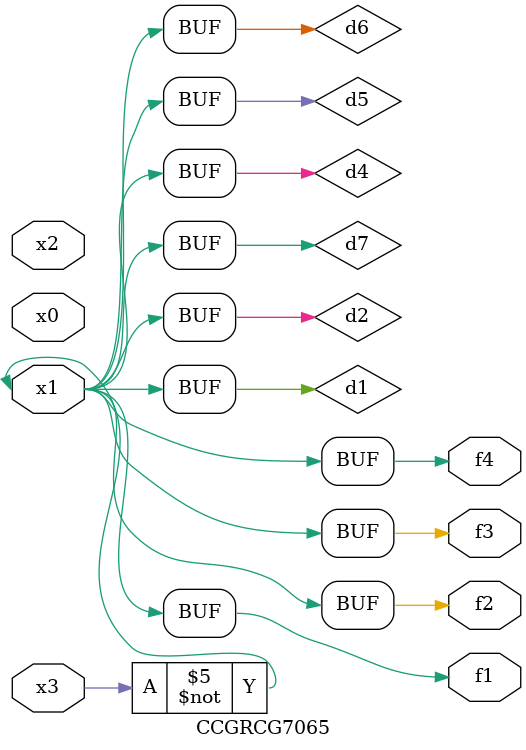
<source format=v>
module CCGRCG7065(
	input x0, x1, x2, x3,
	output f1, f2, f3, f4
);

	wire d1, d2, d3, d4, d5, d6, d7;

	not (d1, x3);
	buf (d2, x1);
	xnor (d3, d1, d2);
	nor (d4, d1);
	buf (d5, d1, d2);
	buf (d6, d4, d5);
	nand (d7, d4);
	assign f1 = d6;
	assign f2 = d7;
	assign f3 = d6;
	assign f4 = d6;
endmodule

</source>
